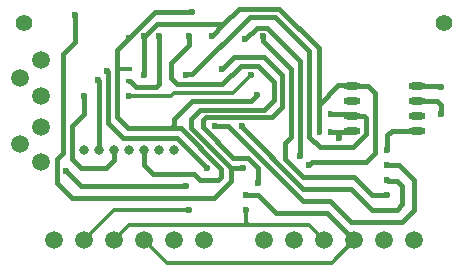
<source format=gbl>
G04*
G04 #@! TF.GenerationSoftware,Altium Limited,Altium Designer,20.2.7 (254)*
G04*
G04 Layer_Physical_Order=2*
G04 Layer_Color=16711680*
%FSLAX44Y44*%
%MOMM*%
G71*
G04*
G04 #@! TF.SameCoordinates,3F6D61D9-3C31-45EE-8EE8-91028D45584F*
G04*
G04*
G04 #@! TF.FilePolarity,Positive*
G04*
G01*
G75*
%ADD16R,0.5500X0.4500*%
%ADD22R,0.4500X0.5500*%
%ADD27C,0.4000*%
%ADD29C,1.5000*%
%ADD30C,0.8000*%
%ADD31C,1.4000*%
%ADD32C,0.6000*%
%ADD33O,1.4500X0.6000*%
%ADD34C,0.3000*%
D16*
X101600Y160100D02*
D03*
Y170100D02*
D03*
D22*
X271700Y116840D02*
D03*
X261700D02*
D03*
X271700Y132080D02*
D03*
X261700D02*
D03*
D27*
X40640Y73660D02*
Y93980D01*
Y73660D02*
X53340Y60960D01*
X40640Y93980D02*
X45720Y99060D01*
X199390Y195580D02*
X209300Y205490D01*
X217753D01*
X246380Y176863D01*
Y96520D02*
Y176863D01*
X190500Y180340D02*
X215900D01*
X180340Y170180D02*
X190500Y180340D01*
X215900D02*
X231140Y165100D01*
X63500Y132080D02*
Y147320D01*
X82550Y168910D02*
X83820Y167640D01*
Y124460D02*
Y167640D01*
X74930Y161290D02*
X76200Y160020D01*
X91440Y129540D02*
Y170180D01*
Y129540D02*
X100330Y120650D01*
X139700D01*
X83820Y124460D02*
X96520Y111760D01*
X76200Y101600D02*
Y160020D01*
X96520Y111760D02*
X142240D01*
X167640Y86360D01*
X137160Y162560D02*
Y175260D01*
X142043Y157480D02*
X180340D01*
X137160Y162560D02*
X139700Y160020D01*
Y159823D02*
X142043Y157480D01*
X139700Y159823D02*
Y160020D01*
X152400Y190500D02*
Y198120D01*
X137160Y175260D02*
X152400Y190500D01*
X114300Y88900D02*
X121920Y81280D01*
X156623D01*
X114300Y88900D02*
Y101600D01*
X279400Y111760D02*
Y116840D01*
X284189D01*
X271700D02*
X279400D01*
X284189D02*
X285459Y118110D01*
X290250D01*
X299917Y130810D02*
X302040Y128687D01*
Y114987D02*
Y128687D01*
X291023Y103970D02*
X302040Y114987D01*
X263150Y103970D02*
X291023D01*
X254000Y113119D02*
X263150Y103970D01*
X254000Y113119D02*
Y185420D01*
X271700Y116840D02*
Y117034D01*
X271950Y117284D01*
X210820Y73660D02*
Y86360D01*
X187960Y75800D02*
Y86360D01*
X187960Y86360D01*
X173120Y60960D02*
X187960Y75800D01*
X156623Y81280D02*
X161703Y76200D01*
X176768D02*
X179111Y78543D01*
X161703Y76200D02*
X176768D01*
X179111Y78543D02*
Y85905D01*
X53340Y60960D02*
X173120D01*
X144845Y120172D02*
X179111Y85905D01*
X195750Y172890D02*
X210282D01*
X180340Y157480D02*
X195750Y172890D01*
X203390Y214820D02*
X224600D01*
X149860Y165270D02*
X150338Y165748D01*
X154318D01*
X203390Y214820D01*
X224600D02*
X254000Y185420D01*
X214630Y194310D02*
Y197950D01*
Y194310D02*
X238760Y170180D01*
Y113030D02*
Y170180D01*
X233680Y107950D02*
X238760Y113030D01*
X194360Y221608D02*
X227972D01*
X261700Y187880D01*
X181032Y208280D02*
X194360Y221608D01*
X290250Y130810D02*
X299917D01*
X285459D02*
X290250D01*
X123110Y218360D02*
X154445D01*
X101600Y196850D02*
X123110Y218360D01*
X125136Y208280D02*
X181032D01*
X114977Y198120D02*
X125136Y208280D01*
X55880Y193040D02*
Y215900D01*
X45720Y182880D02*
X55880Y193040D01*
X171450Y198698D02*
X181032Y208280D01*
X127000Y157480D02*
Y198120D01*
X60960Y71120D02*
X149860D01*
X81806Y86360D02*
X88900Y93454D01*
Y101600D01*
X60960Y86360D02*
X81806D01*
X53340Y93980D02*
Y121920D01*
Y93980D02*
X60960Y86360D01*
X48260Y83820D02*
X60960Y71120D01*
X343985Y143510D02*
X344367Y143893D01*
X365282Y132558D02*
Y139897D01*
X344750Y143510D02*
X361669D01*
X365282Y139897D01*
Y132558D02*
X365760Y132080D01*
X344750Y156210D02*
X363814D01*
X365084Y154940D01*
X365760D01*
X140178Y120172D02*
X144845D01*
X204470Y143510D02*
X209550Y148590D01*
X154940Y143510D02*
X204470D01*
X166173Y129710D02*
X222420D01*
X231140Y138430D02*
Y165100D01*
X222420Y129710D02*
X231140Y138430D01*
X307340Y50800D02*
X327857D01*
X332740Y55683D01*
X289560Y68580D02*
X307340Y50800D01*
X153670Y128270D02*
X161290Y135890D01*
X153670Y120650D02*
X187960Y86360D01*
X153670Y120650D02*
Y128270D01*
X163830Y127367D02*
X166173Y129710D01*
X163830Y121063D02*
X189643Y95250D01*
X163830Y121063D02*
Y127367D01*
X189643Y95250D02*
X201930D01*
X185420Y121920D02*
X248920Y58420D01*
X173990Y121920D02*
X185420D01*
X261700Y139780D02*
Y187880D01*
X223690Y144093D02*
Y159482D01*
X210282Y172890D02*
X223690Y159482D01*
X215487Y135890D02*
X223690Y144093D01*
X161290Y135890D02*
X215487D01*
X139700Y128270D02*
X154940Y143510D01*
X233680Y93980D02*
Y107950D01*
X196607Y120893D02*
X248920Y68580D01*
X196607Y120893D02*
Y121750D01*
X201930Y95250D02*
X210820Y86360D01*
X139700Y120650D02*
Y128270D01*
X187960Y86360D02*
X198120D01*
X139700Y120650D02*
X140178Y120172D01*
X248920Y68580D02*
X289560D01*
X171450Y198317D02*
Y198698D01*
X261700Y139780D02*
X278513Y156593D01*
X248920Y58420D02*
X271780D01*
X256540Y91440D02*
X302260D01*
X254000Y88900D02*
X256540Y91440D01*
X302260D02*
X309880Y99060D01*
X303530Y156210D02*
X309880Y149860D01*
Y99060D02*
Y149860D01*
X290250Y156210D02*
X303530D01*
X45720Y99060D02*
Y182880D01*
X323850Y118110D02*
X344750D01*
X320040Y114300D02*
X323850Y118110D01*
X320040Y101600D02*
Y114300D01*
X344750Y156210D02*
X345133Y155827D01*
X278513Y156593D02*
X289867D01*
X261700Y116840D02*
Y132080D01*
Y139780D01*
X289867Y156593D02*
X290250Y156210D01*
X271700Y132080D02*
X284189D01*
X285459Y130810D01*
X107260Y154940D02*
X124460D01*
X127000Y157480D01*
X101600Y160100D02*
X102100D01*
X107260Y154940D01*
X114300Y198120D02*
X114977D01*
X91440Y170180D02*
Y186690D01*
X114300Y165100D02*
Y198120D01*
X248920Y78740D02*
X292100D01*
X233680Y93980D02*
X248920Y78740D01*
X292100D02*
X307340Y63500D01*
X320040D01*
X271780Y58420D02*
X289560Y40640D01*
X210820Y63500D02*
X226060Y48260D01*
X269240D02*
X292100Y25400D01*
X226060Y48260D02*
X269240D01*
X200660Y63500D02*
X210820D01*
X289560Y40640D02*
X332740D01*
X342900Y50800D02*
Y76200D01*
X332740Y40640D02*
X342900Y50800D01*
X320040Y88900D02*
X330200D01*
X342900Y76200D01*
X332740Y55683D02*
Y71120D01*
X320040Y76200D02*
X320518Y75722D01*
X328138D01*
X332740Y71120D01*
X344367Y143893D02*
X344750Y143510D01*
X91440Y186690D02*
X101600Y196850D01*
X53340Y121920D02*
X63500Y132080D01*
D29*
X26846Y121680D02*
D03*
Y91680D02*
D03*
X8846Y106680D02*
D03*
X27066Y177800D02*
D03*
X9066Y162800D02*
D03*
X27066Y147800D02*
D03*
X165100Y25400D02*
D03*
X139700D02*
D03*
X114300D02*
D03*
X88900D02*
D03*
X63500D02*
D03*
X38100D02*
D03*
X342900D02*
D03*
X317500D02*
D03*
X292100D02*
D03*
X266700D02*
D03*
X241300D02*
D03*
X215900D02*
D03*
D30*
X139700Y101600D02*
D03*
X127000D02*
D03*
X114300D02*
D03*
X101600D02*
D03*
X88900D02*
D03*
X76200D02*
D03*
X63500D02*
D03*
D31*
X368300Y209550D02*
D03*
X12700D02*
D03*
D32*
X246380Y96520D02*
D03*
X180340Y170180D02*
D03*
X63500Y147320D02*
D03*
X82550Y168910D02*
D03*
X74930Y161290D02*
D03*
X152400Y198120D02*
D03*
X279400Y111760D02*
D03*
X210820Y73660D02*
D03*
X214630Y197950D02*
D03*
X199390Y195580D02*
D03*
X154445Y218360D02*
D03*
X55880Y215900D02*
D03*
X127000Y198120D02*
D03*
X149860Y71120D02*
D03*
X48260Y83820D02*
D03*
X365760Y154940D02*
D03*
Y132080D02*
D03*
X167640Y86360D02*
D03*
X209550Y148590D02*
D03*
X173990Y121920D02*
D03*
X204470Y165100D02*
D03*
X149860Y165270D02*
D03*
X196607Y121750D02*
D03*
X198120Y86360D02*
D03*
X254000Y88900D02*
D03*
X171450Y198317D02*
D03*
X114300Y165100D02*
D03*
X200660Y63500D02*
D03*
Y50800D02*
D03*
X320040Y101600D02*
D03*
Y63500D02*
D03*
Y76200D02*
D03*
Y88900D02*
D03*
X114300Y198120D02*
D03*
X101600Y147320D02*
D03*
Y196850D02*
D03*
X139700Y120650D02*
D03*
X152400Y50800D02*
D03*
D33*
X290250Y118110D02*
D03*
Y130810D02*
D03*
Y143510D02*
D03*
Y156210D02*
D03*
X344750Y118110D02*
D03*
Y130810D02*
D03*
Y143510D02*
D03*
Y156210D02*
D03*
D34*
X101600Y147320D02*
X137160D01*
X139700Y149860D01*
X189230D02*
X204470Y165100D01*
X139700Y149860D02*
X189230D01*
X101520Y170180D02*
X101600Y170100D01*
X91440Y170180D02*
X101520D01*
X200660Y40640D02*
Y50800D01*
Y40640D02*
X203200Y38100D01*
X254000D01*
X101600D02*
X203200D01*
X88900Y50800D02*
X152400D01*
X63500Y25400D02*
X88900Y50800D01*
X254000Y38100D02*
X266700Y25400D01*
X88900D02*
X101600Y38100D01*
X114300Y25400D02*
X133350Y6350D01*
X273050D01*
X292100Y25400D01*
M02*

</source>
